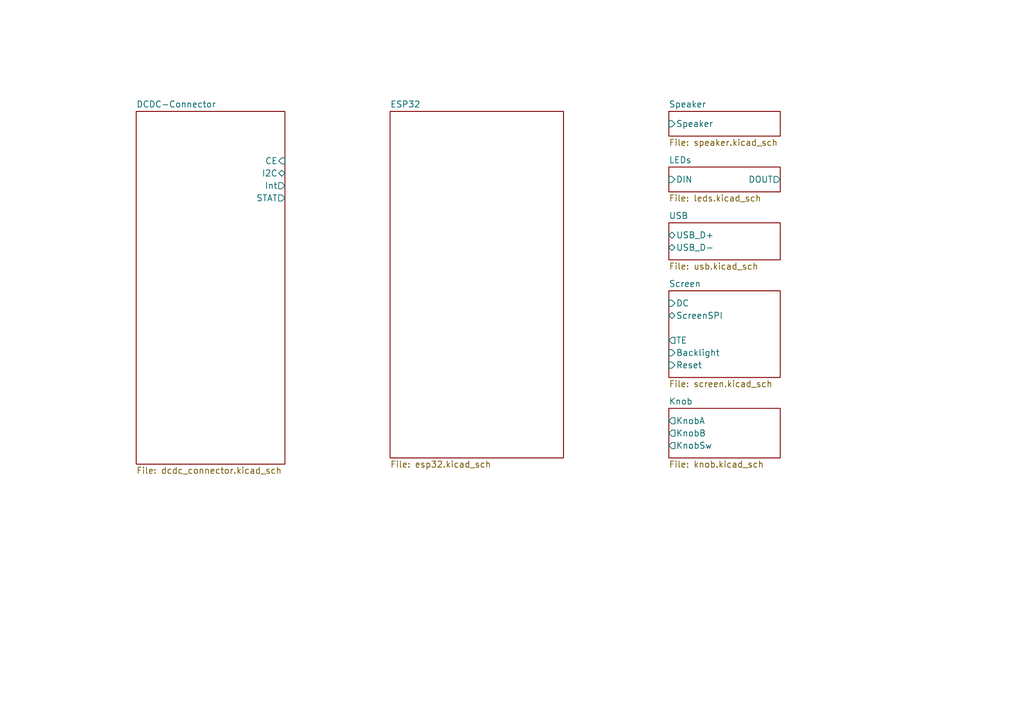
<source format=kicad_sch>
(kicad_sch
	(version 20250114)
	(generator "eeschema")
	(generator_version "9.0")
	(uuid "ba49ac25-616e-4d14-b36d-43a04e0b9bd3")
	(paper "A5")
	(lib_symbols)
	(sheet
		(at 137.16 34.29)
		(size 22.86 5.08)
		(exclude_from_sim no)
		(in_bom yes)
		(on_board yes)
		(dnp no)
		(fields_autoplaced yes)
		(stroke
			(width 0.1524)
			(type solid)
		)
		(fill
			(color 0 0 0 0.0000)
		)
		(uuid "33259ad8-b842-4ab0-9f63-f730187d52db")
		(property "Sheetname" "LEDs"
			(at 137.16 33.5784 0)
			(effects
				(font
					(size 1.27 1.27)
				)
				(justify left bottom)
			)
		)
		(property "Sheetfile" "leds.kicad_sch"
			(at 137.16 39.9546 0)
			(effects
				(font
					(size 1.27 1.27)
				)
				(justify left top)
			)
		)
		(pin "DIN" input
			(at 137.16 36.83 180)
			(uuid "1d065ffa-3f89-4cc0-bb47-f235559af8a4")
			(effects
				(font
					(size 1.27 1.27)
				)
				(justify left)
			)
		)
		(pin "DOUT" output
			(at 160.02 36.83 0)
			(uuid "573c3d17-4115-438b-9c47-385d07d11880")
			(effects
				(font
					(size 1.27 1.27)
				)
				(justify right)
			)
		)
		(instances
			(project "DCDC-Control"
				(path "/ba49ac25-616e-4d14-b36d-43a04e0b9bd3"
					(page "4")
				)
			)
		)
	)
	(sheet
		(at 80.01 22.86)
		(size 35.56 71.12)
		(exclude_from_sim no)
		(in_bom yes)
		(on_board yes)
		(dnp no)
		(fields_autoplaced yes)
		(stroke
			(width 0.1524)
			(type solid)
		)
		(fill
			(color 0 0 0 0.0000)
		)
		(uuid "52e580f5-030c-4953-9588-cafefc7bdd30")
		(property "Sheetname" "ESP32"
			(at 80.01 22.1484 0)
			(effects
				(font
					(size 1.27 1.27)
				)
				(justify left bottom)
			)
		)
		(property "Sheetfile" "esp32.kicad_sch"
			(at 80.01 94.5646 0)
			(effects
				(font
					(size 1.27 1.27)
				)
				(justify left top)
			)
		)
		(instances
			(project "DCDC-Control"
				(path "/ba49ac25-616e-4d14-b36d-43a04e0b9bd3"
					(page "2")
				)
			)
		)
	)
	(sheet
		(at 137.16 83.82)
		(size 22.86 10.16)
		(exclude_from_sim no)
		(in_bom yes)
		(on_board yes)
		(dnp no)
		(fields_autoplaced yes)
		(stroke
			(width 0.1524)
			(type solid)
		)
		(fill
			(color 0 0 0 0.0000)
		)
		(uuid "746e4c6c-d726-456d-9ece-a7f16dca1268")
		(property "Sheetname" "Knob"
			(at 137.16 83.1084 0)
			(effects
				(font
					(size 1.27 1.27)
				)
				(justify left bottom)
			)
		)
		(property "Sheetfile" "knob.kicad_sch"
			(at 137.16 94.5646 0)
			(effects
				(font
					(size 1.27 1.27)
				)
				(justify left top)
			)
		)
		(pin "KnobA" output
			(at 137.16 86.36 180)
			(uuid "a1062f30-ef5c-406d-8dcc-17b7a55f5cf2")
			(effects
				(font
					(size 1.27 1.27)
				)
				(justify left)
			)
		)
		(pin "KnobB" output
			(at 137.16 88.9 180)
			(uuid "4d9ee643-2bd4-44de-b88b-9202df76c955")
			(effects
				(font
					(size 1.27 1.27)
				)
				(justify left)
			)
		)
		(pin "KnobSw" output
			(at 137.16 91.44 180)
			(uuid "3c802d1e-ecc8-4f24-a107-92d65e555107")
			(effects
				(font
					(size 1.27 1.27)
				)
				(justify left)
			)
		)
		(instances
			(project "DCDC-Control"
				(path "/ba49ac25-616e-4d14-b36d-43a04e0b9bd3"
					(page "8")
				)
			)
		)
	)
	(sheet
		(at 27.94 22.86)
		(size 30.48 72.39)
		(exclude_from_sim no)
		(in_bom yes)
		(on_board yes)
		(dnp no)
		(fields_autoplaced yes)
		(stroke
			(width 0.1524)
			(type solid)
		)
		(fill
			(color 0 0 0 0.0000)
		)
		(uuid "8730b77e-a8b9-4699-988c-242382b82cda")
		(property "Sheetname" "DCDC-Connector"
			(at 27.94 22.1484 0)
			(effects
				(font
					(size 1.27 1.27)
				)
				(justify left bottom)
			)
		)
		(property "Sheetfile" "dcdc_connector.kicad_sch"
			(at 27.94 95.8346 0)
			(effects
				(font
					(size 1.27 1.27)
				)
				(justify left top)
			)
		)
		(pin "CE" input
			(at 58.42 33.02 0)
			(uuid "69edd730-58a0-4dda-95f9-04b1c2b848c9")
			(effects
				(font
					(size 1.27 1.27)
				)
				(justify right)
			)
		)
		(pin "I2C" bidirectional
			(at 58.42 35.56 0)
			(uuid "f9565f58-400a-4f3b-ad37-ad03904dd133")
			(effects
				(font
					(size 1.27 1.27)
				)
				(justify right)
			)
		)
		(pin "Int" output
			(at 58.42 38.1 0)
			(uuid "87e36890-80ff-48b4-9048-dc9c61c3876c")
			(effects
				(font
					(size 1.27 1.27)
				)
				(justify right)
			)
		)
		(pin "STAT" output
			(at 58.42 40.64 0)
			(uuid "27a25ad1-8cfa-495d-b34c-a20724abc1a5")
			(effects
				(font
					(size 1.27 1.27)
				)
				(justify right)
			)
		)
		(instances
			(project "DCDC-Control"
				(path "/ba49ac25-616e-4d14-b36d-43a04e0b9bd3"
					(page "5")
				)
			)
		)
	)
	(sheet
		(at 137.16 59.69)
		(size 22.86 17.78)
		(exclude_from_sim no)
		(in_bom yes)
		(on_board yes)
		(dnp no)
		(fields_autoplaced yes)
		(stroke
			(width 0.1524)
			(type solid)
		)
		(fill
			(color 0 0 0 0.0000)
		)
		(uuid "b30d65bd-482f-4576-8e12-08b390f51c36")
		(property "Sheetname" "Screen"
			(at 137.16 58.9784 0)
			(effects
				(font
					(size 1.27 1.27)
				)
				(justify left bottom)
			)
		)
		(property "Sheetfile" "screen.kicad_sch"
			(at 137.16 78.0546 0)
			(effects
				(font
					(size 1.27 1.27)
				)
				(justify left top)
			)
		)
		(pin "DC" input
			(at 137.16 62.23 180)
			(uuid "8892dd8e-4ac4-4f1b-83c4-d4d577e367d6")
			(effects
				(font
					(size 1.27 1.27)
				)
				(justify left)
			)
		)
		(pin "Reset" input
			(at 137.16 74.93 180)
			(uuid "ecc15421-6ea5-4210-88e1-8d0adc5135bd")
			(effects
				(font
					(size 1.27 1.27)
				)
				(justify left)
			)
		)
		(pin "ScreenSPI" bidirectional
			(at 137.16 64.77 180)
			(uuid "edb39563-ce19-4f0b-8f99-68cede673e73")
			(effects
				(font
					(size 1.27 1.27)
				)
				(justify left)
			)
		)
		(pin "TE" output
			(at 137.16 69.85 180)
			(uuid "47cec08f-01cf-423b-9da2-7260d0b7401f")
			(effects
				(font
					(size 1.27 1.27)
				)
				(justify left)
			)
		)
		(pin "Backlight" input
			(at 137.16 72.39 180)
			(uuid "71c4b36d-25ba-4941-a36d-3dd505e5b469")
			(effects
				(font
					(size 1.27 1.27)
				)
				(justify left)
			)
		)
		(instances
			(project "DCDC-Control"
				(path "/ba49ac25-616e-4d14-b36d-43a04e0b9bd3"
					(page "7")
				)
			)
		)
	)
	(sheet
		(at 137.16 22.86)
		(size 22.86 5.08)
		(exclude_from_sim no)
		(in_bom yes)
		(on_board yes)
		(dnp no)
		(fields_autoplaced yes)
		(stroke
			(width 0.1524)
			(type solid)
		)
		(fill
			(color 0 0 0 0.0000)
		)
		(uuid "d4145876-e549-4709-a242-6dac0f63ec31")
		(property "Sheetname" "Speaker"
			(at 137.16 22.1484 0)
			(effects
				(font
					(size 1.27 1.27)
				)
				(justify left bottom)
			)
		)
		(property "Sheetfile" "speaker.kicad_sch"
			(at 137.16 28.5246 0)
			(effects
				(font
					(size 1.27 1.27)
				)
				(justify left top)
			)
		)
		(pin "Speaker" input
			(at 137.16 25.4 180)
			(uuid "8156ad11-5205-4098-baf1-f81c829461f5")
			(effects
				(font
					(size 1.27 1.27)
				)
				(justify left)
			)
		)
		(instances
			(project "DCDC-Control"
				(path "/ba49ac25-616e-4d14-b36d-43a04e0b9bd3"
					(page "3")
				)
			)
		)
	)
	(sheet
		(at 137.16 45.72)
		(size 22.86 7.62)
		(exclude_from_sim no)
		(in_bom yes)
		(on_board yes)
		(dnp no)
		(fields_autoplaced yes)
		(stroke
			(width 0.1524)
			(type solid)
		)
		(fill
			(color 0 0 0 0.0000)
		)
		(uuid "d9299c68-a99c-43e3-a51d-5c1b50c7fb81")
		(property "Sheetname" "USB"
			(at 137.16 45.0084 0)
			(effects
				(font
					(size 1.27 1.27)
				)
				(justify left bottom)
			)
		)
		(property "Sheetfile" "usb.kicad_sch"
			(at 137.16 53.9246 0)
			(effects
				(font
					(size 1.27 1.27)
				)
				(justify left top)
			)
		)
		(pin "USB_D+" bidirectional
			(at 137.16 48.26 180)
			(uuid "8f9a1e35-3bc6-4299-b49a-0515139f9aa6")
			(effects
				(font
					(size 1.27 1.27)
				)
				(justify left)
			)
		)
		(pin "USB_D-" bidirectional
			(at 137.16 50.8 180)
			(uuid "265b2bc1-0bac-44d0-9d29-8f46d4017f61")
			(effects
				(font
					(size 1.27 1.27)
				)
				(justify left)
			)
		)
		(instances
			(project "DCDC-Control"
				(path "/ba49ac25-616e-4d14-b36d-43a04e0b9bd3"
					(page "6")
				)
			)
		)
	)
	(sheet_instances
		(path "/"
			(page "1")
		)
	)
	(embedded_fonts no)
)

</source>
